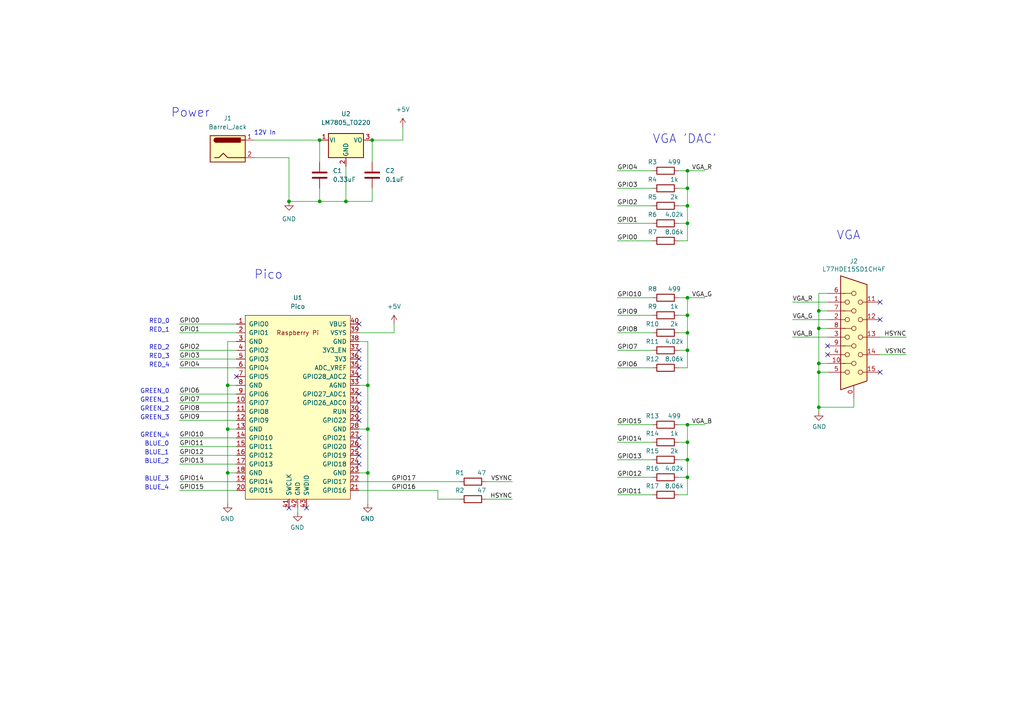
<source format=kicad_sch>
(kicad_sch (version 20211123) (generator eeschema)
  (paper "A4")
  (title_block (title "Simplified Pico VGA") (date "2022-12-07") (comment 3 "License: MIT") (comment 4 "Author: Ben Pohlman"))
  (lib_symbols
    (symbol "Connector:Barrel_Jack" (pin_names (offset 1.016))
      (property "Reference" "J" (at 0 5.334 0))
      (property "Value" "Barrel_Jack" (at 0 -5.08 0))
      (symbol "Barrel_Jack_0_1"
        (rectangle (start -5.08 3.81) (end 5.08 -3.81) (stroke (width 0.254)) (fill (type background)))
        (arc (start -3.302 3.175) (mid -3.937 2.54) (end -3.302 1.905) (stroke (width 0.254)))
        (arc (start -3.302 3.175) (mid -3.937 2.54) (end -3.302 1.905) (stroke (width 0.254)) (fill (type outline)))
        (polyline (pts (xy 5.08 2.54) (xy 3.81 2.54)) (stroke (width 0.254)))
        (polyline (pts (xy -3.81 -2.54) (xy -2.54 -2.54) (xy -1.27 -1.27) (xy 0 -2.54) (xy 2.54 -2.54) (xy 5.08 -2.54)) (stroke (width 0.254)))
        (rectangle (start 3.683 3.175) (end -3.302 1.905) (stroke (width 0.254)) (fill (type outline)))
      )
      (symbol "Barrel_Jack_1_1"
        (pin passive line (at 7.62 2.54 180) (length 2.54) (name "~") (number "1"))
        (pin passive line (at 7.62 -2.54 180) (length 2.54) (name "~") (number "2"))
      )
    )
    (symbol "Connector:DB15_Female_HighDensity_MountingHoles" (pin_names (offset 1.016) hide)
      (property "Reference" "J" (at 0 21.59 0))
      (property "Value" "DB15_Female_HighDensity_MountingHoles" (at 0 19.05 0))
      (symbol "DB15_Female_HighDensity_MountingHoles_0_1"
        (circle (center -1.905 -10.16) (radius 0.635))
        (circle (center -1.905 -5.08) (radius 0.635))
        (circle (center -1.905 0) (radius 0.635))
        (circle (center -1.905 5.08) (radius 0.635))
        (circle (center -1.905 10.16) (radius 0.635))
        (circle (center 0 -7.62) (radius 0.635))
        (circle (center 0 -2.54) (radius 0.635))
        (polyline (pts (xy -3.175 7.62) (xy -0.635 7.62)))
        (polyline (pts (xy -0.635 -7.62) (xy -3.175 -7.62)))
        (polyline (pts (xy -0.635 -2.54) (xy -3.175 -2.54)))
        (polyline (pts (xy -0.635 2.54) (xy -3.175 2.54)))
        (polyline (pts (xy -0.635 12.7) (xy -3.175 12.7)))
        (polyline (pts (xy -3.81 17.78) (xy -3.81 -15.24) (xy 3.81 -12.7) (xy 3.81 15.24) (xy -3.81 17.78)) (stroke (width 0.254)) (fill (type background)))
        (circle (center 0 2.54) (radius 0.635))
        (circle (center 0 7.62) (radius 0.635))
        (circle (center 0 12.7) (radius 0.635))
        (circle (center 1.905 -10.16) (radius 0.635))
        (circle (center 1.905 -5.08) (radius 0.635))
        (circle (center 1.905 0) (radius 0.635))
        (circle (center 1.905 5.08) (radius 0.635))
        (circle (center 1.905 10.16) (radius 0.635))
      )
      (symbol "DB15_Female_HighDensity_MountingHoles_1_1"
        (pin passive line (at 0 -17.78 90) (length 3.81) (name "~") (number "0"))
        (pin passive line (at -7.62 10.16 0) (length 5.08) (name "~") (number "1"))
        (pin passive line (at -7.62 -7.62 0) (length 5.08) (name "~") (number "10"))
        (pin passive line (at 7.62 10.16 180) (length 5.08) (name "~") (number "11"))
        (pin passive line (at 7.62 5.08 180) (length 5.08) (name "~") (number "12"))
        (pin passive line (at 7.62 0 180) (length 5.08) (name "~") (number "13"))
        (pin passive line (at 7.62 -5.08 180) (length 5.08) (name "~") (number "14"))
        (pin passive line (at 7.62 -10.16 180) (length 5.08) (name "~") (number "15"))
        (pin passive line (at -7.62 5.08 0) (length 5.08) (name "~") (number "2"))
        (pin passive line (at -7.62 0 0) (length 5.08) (name "~") (number "3"))
        (pin passive line (at -7.62 -5.08 0) (length 5.08) (name "~") (number "4"))
        (pin passive line (at -7.62 -10.16 0) (length 5.08) (name "~") (number "5"))
        (pin passive line (at -7.62 12.7 0) (length 5.08) (name "~") (number "6"))
        (pin passive line (at -7.62 7.62 0) (length 5.08) (name "~") (number "7"))
        (pin passive line (at -7.62 2.54 0) (length 5.08) (name "~") (number "8"))
        (pin passive line (at -7.62 -2.54 0) (length 5.08) (name "~") (number "9"))
      )
    )
    (symbol "Device:C" (pin_numbers hide) (pin_names (offset 0.254))
      (property "Reference" "C" (at 0.635 2.54 0))
      (property "Value" "C" (at 0.635 -2.54 0))
      (symbol "C_0_1"
        (polyline (pts (xy -2.032 -0.762) (xy 2.032 -0.762)) (stroke (width 0.508)))
        (polyline (pts (xy -2.032 0.762) (xy 2.032 0.762)) (stroke (width 0.508)))
      )
      (symbol "C_1_1"
        (pin passive line (at 0 3.81 270) (length 2.794) (name "~") (number "1"))
        (pin passive line (at 0 -3.81 90) (length 2.794) (name "~") (number "2"))
      )
    )
    (symbol "Device:R" (pin_numbers hide) (pin_names (offset 0))
      (property "Reference" "R" (at 2.032 0 90))
      (property "Value" "R" (at 0 0 90))
      (symbol "R_0_1"
        (rectangle (start -1.016 -2.54) (end 1.016 2.54) (stroke (width 0.254)))
      )
      (symbol "R_1_1"
        (pin passive line (at 0 3.81 270) (length 1.27) (name "~") (number "1"))
        (pin passive line (at 0 -3.81 90) (length 1.27) (name "~") (number "2"))
      )
    )
    (symbol "Regulator_Linear:LM7805_TO220" (pin_names (offset 0.254))
      (property "Reference" "U" (at -3.81 3.175 0))
      (property "Value" "LM7805_TO220" (at 0 3.175 0))
      (symbol "LM7805_TO220_0_1"
        (rectangle (start -5.08 1.905) (end 5.08 -5.08) (stroke (width 0.254)) (fill (type background)))
      )
      (symbol "LM7805_TO220_1_1"
        (pin power_in line (at -7.62 0 0) (length 2.54) (name "VI") (number "1"))
        (pin power_in line (at 0 -7.62 90) (length 2.54) (name "GND") (number "2"))
        (pin power_out line (at 7.62 0 180) (length 2.54) (name "VO") (number "3"))
      )
    )
    (symbol "power:+5V" (power) (pin_names (offset 0))
      (property "Value" "+5V" (at 0 3.556 0))
      (symbol "+5V_0_1"
        (polyline (pts (xy -0.762 1.27) (xy 0 2.54)))
        (polyline (pts (xy 0 0) (xy 0 2.54)))
        (polyline (pts (xy 0 2.54) (xy 0.762 1.27)))
      )
      (symbol "+5V_1_1"
        (pin power_in line (at 0 0 90) (length 0) hide (name "+5V") (number "1"))
      )
    )
    (symbol "power:GND" (power) (pin_names (offset 0))
      (property "Value" "GND" (at 0 -3.81 0))
      (symbol "GND_0_1"
        (polyline (pts (xy 0 0) (xy 0 -1.27) (xy 1.27 -1.27) (xy 0 -2.54) (xy -1.27 -1.27) (xy 0 -1.27)))
      )
      (symbol "GND_1_1"
        (pin power_in line (at 0 0 270) (length 0) hide (name "GND") (number "1"))
      )
    )
    (symbol "rpi:Pico" (pin_names (offset 1.016))
      (property "Reference" "U" (at -13.97 27.94 0))
      (property "Value" "Pico" (at 0 19.05 0))
      (symbol "Pico_0_0"
        (text "Raspberry Pi" (at 0 21.59 0) (effects (font (size 1.27 1.27))))
      )
      (symbol "Pico_0_1"
        (rectangle (start -15.24 26.67) (end 15.24 -26.67) (fill (type background)))
      )
      (symbol "Pico_1_1"
        (pin bidirectional line (at -17.78 24.13 0) (length 2.54) (name "GPIO0") (number "1"))
        (pin bidirectional line (at -17.78 1.27 0) (length 2.54) (name "GPIO7") (number "10"))
        (pin bidirectional line (at -17.78 -1.27 0) (length 2.54) (name "GPIO8") (number "11"))
        (pin bidirectional line (at -17.78 -3.81 0) (length 2.54) (name "GPIO9") (number "12"))
        (pin power_in line (at -17.78 -6.35 0) (length 2.54) (name "GND") (number "13"))
        (pin bidirectional line (at -17.78 -8.89 0) (length 2.54) (name "GPIO10") (number "14"))
        (pin bidirectional line (at -17.78 -11.43 0) (length 2.54) (name "GPIO11") (number "15"))
        (pin bidirectional line (at -17.78 -13.97 0) (length 2.54) (name "GPIO12") (number "16"))
        (pin bidirectional line (at -17.78 -16.51 0) (length 2.54) (name "GPIO13") (number "17"))
        (pin power_in line (at -17.78 -19.05 0) (length 2.54) (name "GND") (number "18"))
        (pin bidirectional line (at -17.78 -21.59 0) (length 2.54) (name "GPIO14") (number "19"))
        (pin bidirectional line (at -17.78 21.59 0) (length 2.54) (name "GPIO1") (number "2"))
        (pin bidirectional line (at -17.78 -24.13 0) (length 2.54) (name "GPIO15") (number "20"))
        (pin bidirectional line (at 17.78 -24.13 180) (length 2.54) (name "GPIO16") (number "21"))
        (pin bidirectional line (at 17.78 -21.59 180) (length 2.54) (name "GPIO17") (number "22"))
        (pin power_in line (at 17.78 -19.05 180) (length 2.54) (name "GND") (number "23"))
        (pin bidirectional line (at 17.78 -16.51 180) (length 2.54) (name "GPIO18") (number "24"))
        (pin bidirectional line (at 17.78 -13.97 180) (length 2.54) (name "GPIO19") (number "25"))
        (pin bidirectional line (at 17.78 -11.43 180) (length 2.54) (name "GPIO20") (number "26"))
        (pin bidirectional line (at 17.78 -8.89 180) (length 2.54) (name "GPIO21") (number "27"))
        (pin power_in line (at 17.78 -6.35 180) (length 2.54) (name "GND") (number "28"))
        (pin bidirectional line (at 17.78 -3.81 180) (length 2.54) (name "GPIO22") (number "29"))
        (pin power_in line (at -17.78 19.05 0) (length 2.54) (name "GND") (number "3"))
        (pin input line (at 17.78 -1.27 180) (length 2.54) (name "RUN") (number "30"))
        (pin bidirectional line (at 17.78 1.27 180) (length 2.54) (name "GPIO26_ADC0") (number "31"))
        (pin bidirectional line (at 17.78 3.81 180) (length 2.54) (name "GPIO27_ADC1") (number "32"))
        (pin power_in line (at 17.78 6.35 180) (length 2.54) (name "AGND") (number "33"))
        (pin bidirectional line (at 17.78 8.89 180) (length 2.54) (name "GPIO28_ADC2") (number "34"))
        (pin unspecified line (at 17.78 11.43 180) (length 2.54) (name "ADC_VREF") (number "35"))
        (pin unspecified line (at 17.78 13.97 180) (length 2.54) (name "3V3") (number "36"))
        (pin input line (at 17.78 16.51 180) (length 2.54) (name "3V3_EN") (number "37"))
        (pin bidirectional line (at 17.78 19.05 180) (length 2.54) (name "GND") (number "38"))
        (pin unspecified line (at 17.78 21.59 180) (length 2.54) (name "VSYS") (number "39"))
        (pin bidirectional line (at -17.78 16.51 0) (length 2.54) (name "GPIO2") (number "4"))
        (pin unspecified line (at 17.78 24.13 180) (length 2.54) (name "VBUS") (number "40"))
        (pin input line (at -2.54 -29.21 90) (length 2.54) (name "SWCLK") (number "41"))
        (pin power_in line (at 0 -29.21 90) (length 2.54) (name "GND") (number "42"))
        (pin bidirectional line (at 2.54 -29.21 90) (length 2.54) (name "SWDIO") (number "43"))
        (pin bidirectional line (at -17.78 13.97 0) (length 2.54) (name "GPIO3") (number "5"))
        (pin bidirectional line (at -17.78 11.43 0) (length 2.54) (name "GPIO4") (number "6"))
        (pin bidirectional line (at -17.78 8.89 0) (length 2.54) (name "GPIO5") (number "7"))
        (pin power_in line (at -17.78 6.35 0) (length 2.54) (name "GND") (number "8"))
        (pin bidirectional line (at -17.78 3.81 0) (length 2.54) (name "GPIO6") (number "9"))
      )
    )
  )
  (junction (at 237.49 118.11))
  (junction (at 92.71 58.42))
  (junction (at 237.49 90.17))
  (junction (at 66.04 111.76))
  (junction (at 66.04 137.16))
  (junction (at 199.39 59.69))
  (junction (at 106.68 111.76))
  (junction (at 237.49 107.95))
  (junction (at 199.39 128.27))
  (junction (at 92.71 40.64))
  (junction (at 100.33 58.42))
  (junction (at 199.39 54.61))
  (junction (at 66.04 124.46))
  (junction (at 199.39 64.77))
  (junction (at 83.82 58.42))
  (junction (at 199.39 133.35))
  (junction (at 106.68 124.46))
  (junction (at 199.39 49.53))
  (junction (at 199.39 101.6))
  (junction (at 237.49 95.25))
  (junction (at 199.39 138.43))
  (junction (at 199.39 91.44))
  (junction (at 106.68 137.16))
  (junction (at 199.39 123.19))
  (junction (at 237.49 105.41))
  (junction (at 199.39 96.52))
  (junction (at 107.95 40.64))
  (junction (at 199.39 86.36))
  (no_connect (at 104.14 101.6))
  (no_connect (at 255.27 107.95))
  (no_connect (at 255.27 87.63))
  (no_connect (at 240.03 102.87))
  (no_connect (at 88.9 147.32))
  (no_connect (at 68.58 109.22))
  (no_connect (at 255.27 92.71))
  (no_connect (at 104.14 93.98))
  (no_connect (at 104.14 104.14))
  (no_connect (at 104.14 109.22))
  (no_connect (at 104.14 134.62))
  (no_connect (at 104.14 129.54))
  (no_connect (at 104.14 132.08))
  (no_connect (at 104.14 114.3))
  (no_connect (at 104.14 116.84))
  (no_connect (at 104.14 119.38))
  (no_connect (at 104.14 121.92))
  (no_connect (at 104.14 127))
  (no_connect (at 240.03 100.33))
  (no_connect (at 104.14 106.68))
  (no_connect (at 83.82 147.32))
  (wire (pts (xy 196.85 69.85) (xy 199.39 69.85)))
  (wire (pts (xy 86.36 147.32) (xy 86.36 148.59)))
  (wire (pts (xy 179.07 143.51) (xy 189.23 143.51)))
  (wire (pts (xy 196.85 143.51) (xy 199.39 143.51)))
  (wire (pts (xy 196.85 96.52) (xy 199.39 96.52)))
  (wire (pts (xy 68.58 124.46) (xy 66.04 124.46)))
  (wire (pts (xy 240.03 90.17) (xy 237.49 90.17)))
  (wire (pts (xy 114.3 93.98) (xy 114.3 96.52)))
  (wire (pts (xy 196.85 54.61) (xy 199.39 54.61)))
  (wire (pts (xy 100.33 58.42) (xy 92.71 58.42)))
  (wire (pts (xy 199.39 91.44) (xy 199.39 86.36)))
  (wire (pts (xy 104.14 139.7) (xy 133.35 139.7)))
  (wire (pts (xy 100.33 48.26) (xy 100.33 58.42)))
  (wire (pts (xy 107.95 54.61) (xy 107.95 58.42)))
  (wire (pts (xy 52.07 106.68) (xy 68.58 106.68)))
  (wire (pts (xy 196.85 101.6) (xy 199.39 101.6)))
  (wire (pts (xy 68.58 111.76) (xy 66.04 111.76)))
  (wire (pts (xy 52.07 129.54) (xy 68.58 129.54)))
  (wire (pts (xy 240.03 95.25) (xy 237.49 95.25)))
  (wire (pts (xy 66.04 137.16) (xy 66.04 146.05)))
  (wire (pts (xy 116.84 36.83) (xy 116.84 40.64)))
  (wire (pts (xy 189.23 101.6) (xy 179.07 101.6)))
  (wire (pts (xy 104.14 124.46) (xy 106.68 124.46)))
  (wire (pts (xy 240.03 107.95) (xy 237.49 107.95)))
  (wire (pts (xy 92.71 58.42) (xy 83.82 58.42)))
  (wire (pts (xy 52.07 134.62) (xy 68.58 134.62)))
  (wire (pts (xy 189.23 133.35) (xy 179.07 133.35)))
  (wire (pts (xy 240.03 97.79) (xy 229.87 97.79)))
  (wire (pts (xy 240.03 87.63) (xy 229.87 87.63)))
  (wire (pts (xy 92.71 40.64) (xy 92.71 46.99)))
  (wire (pts (xy 237.49 95.25) (xy 237.49 105.41)))
  (wire (pts (xy 240.03 105.41) (xy 237.49 105.41)))
  (wire (pts (xy 52.07 119.38) (xy 68.58 119.38)))
  (wire (pts (xy 196.85 86.36) (xy 199.39 86.36)))
  (wire (pts (xy 189.23 54.61) (xy 179.07 54.61)))
  (wire (pts (xy 52.07 116.84) (xy 68.58 116.84)))
  (wire (pts (xy 66.04 99.06) (xy 66.04 111.76)))
  (wire (pts (xy 104.14 142.24) (xy 127 142.24)))
  (wire (pts (xy 199.39 128.27) (xy 199.39 123.19)))
  (wire (pts (xy 107.95 58.42) (xy 100.33 58.42)))
  (wire (pts (xy 68.58 137.16) (xy 66.04 137.16)))
  (wire (pts (xy 189.23 123.19) (xy 179.07 123.19)))
  (wire (pts (xy 237.49 107.95) (xy 237.49 118.11)))
  (wire (pts (xy 52.07 127) (xy 68.58 127)))
  (wire (pts (xy 240.03 92.71) (xy 229.87 92.71)))
  (wire (pts (xy 199.39 101.6) (xy 199.39 106.68)))
  (wire (pts (xy 179.07 106.68) (xy 189.23 106.68)))
  (wire (pts (xy 104.14 111.76) (xy 106.68 111.76)))
  (wire (pts (xy 189.23 128.27) (xy 179.07 128.27)))
  (wire (pts (xy 104.14 137.16) (xy 106.68 137.16)))
  (wire (pts (xy 140.97 139.7) (xy 148.59 139.7)))
  (wire (pts (xy 116.84 40.64) (xy 107.95 40.64)))
  (wire (pts (xy 196.85 106.68) (xy 199.39 106.68)))
  (wire (pts (xy 189.23 59.69) (xy 179.07 59.69)))
  (wire (pts (xy 127 144.78) (xy 133.35 144.78)))
  (wire (pts (xy 52.07 121.92) (xy 68.58 121.92)))
  (wire (pts (xy 196.85 64.77) (xy 199.39 64.77)))
  (wire (pts (xy 104.14 96.52) (xy 114.3 96.52)))
  (wire (pts (xy 106.68 124.46) (xy 106.68 137.16)))
  (wire (pts (xy 52.07 93.98) (xy 68.58 93.98)))
  (wire (pts (xy 127 142.24) (xy 127 144.78)))
  (wire (pts (xy 237.49 105.41) (xy 237.49 107.95)))
  (wire (pts (xy 247.65 118.11) (xy 247.65 115.57)))
  (wire (pts (xy 237.49 85.09) (xy 237.49 90.17)))
  (wire (pts (xy 73.66 45.72) (xy 83.82 45.72)))
  (wire (pts (xy 240.03 85.09) (xy 237.49 85.09)))
  (wire (pts (xy 196.85 128.27) (xy 199.39 128.27)))
  (wire (pts (xy 196.85 49.53) (xy 199.39 49.53)))
  (wire (pts (xy 199.39 69.85) (xy 199.39 64.77)))
  (wire (pts (xy 196.85 91.44) (xy 199.39 91.44)))
  (wire (pts (xy 196.85 138.43) (xy 199.39 138.43)))
  (wire (pts (xy 66.04 111.76) (xy 66.04 124.46)))
  (wire (pts (xy 237.49 118.11) (xy 247.65 118.11)))
  (wire (pts (xy 106.68 99.06) (xy 106.68 111.76)))
  (wire (pts (xy 52.07 96.52) (xy 68.58 96.52)))
  (wire (pts (xy 189.23 96.52) (xy 179.07 96.52)))
  (wire (pts (xy 196.85 123.19) (xy 199.39 123.19)))
  (wire (pts (xy 140.97 144.78) (xy 148.59 144.78)))
  (wire (pts (xy 199.39 143.51) (xy 199.39 138.43)))
  (wire (pts (xy 189.23 49.53) (xy 179.07 49.53)))
  (wire (pts (xy 255.27 102.87) (xy 262.89 102.87)))
  (wire (pts (xy 237.49 90.17) (xy 237.49 95.25)))
  (wire (pts (xy 199.39 123.19) (xy 204.47 123.19)))
  (wire (pts (xy 189.23 91.44) (xy 179.07 91.44)))
  (wire (pts (xy 52.07 114.3) (xy 68.58 114.3)))
  (wire (pts (xy 199.39 49.53) (xy 204.47 49.53)))
  (wire (pts (xy 199.39 64.77) (xy 199.39 59.69)))
  (wire (pts (xy 199.39 54.61) (xy 199.39 49.53)))
  (wire (pts (xy 199.39 59.69) (xy 199.39 54.61)))
  (wire (pts (xy 189.23 86.36) (xy 179.07 86.36)))
  (wire (pts (xy 199.39 96.52) (xy 199.39 91.44)))
  (wire (pts (xy 199.39 133.35) (xy 199.39 128.27)))
  (wire (pts (xy 104.14 99.06) (xy 106.68 99.06)))
  (wire (pts (xy 52.07 101.6) (xy 68.58 101.6)))
  (wire (pts (xy 107.95 40.64) (xy 107.95 46.99)))
  (wire (pts (xy 52.07 142.24) (xy 68.58 142.24)))
  (wire (pts (xy 199.39 96.52) (xy 199.39 101.6)))
  (wire (pts (xy 106.68 137.16) (xy 106.68 146.05)))
  (wire (pts (xy 199.39 86.36) (xy 204.47 86.36)))
  (wire (pts (xy 179.07 69.85) (xy 189.23 69.85)))
  (wire (pts (xy 52.07 132.08) (xy 68.58 132.08)))
  (wire (pts (xy 189.23 64.77) (xy 179.07 64.77)))
  (wire (pts (xy 255.27 97.79) (xy 262.89 97.79)))
  (wire (pts (xy 52.07 104.14) (xy 68.58 104.14)))
  (wire (pts (xy 106.68 111.76) (xy 106.68 124.46)))
  (wire (pts (xy 196.85 133.35) (xy 199.39 133.35)))
  (wire (pts (xy 68.58 99.06) (xy 66.04 99.06)))
  (wire (pts (xy 83.82 45.72) (xy 83.82 58.42)))
  (wire (pts (xy 92.71 54.61) (xy 92.71 58.42)))
  (wire (pts (xy 73.66 40.64) (xy 92.71 40.64)))
  (wire (pts (xy 196.85 59.69) (xy 199.39 59.69)))
  (wire (pts (xy 66.04 124.46) (xy 66.04 137.16)))
  (wire (pts (xy 52.07 139.7) (xy 68.58 139.7)))
  (wire (pts (xy 199.39 138.43) (xy 199.39 133.35)))
  (wire (pts (xy 189.23 138.43) (xy 179.07 138.43)))
  (wire (pts (xy 237.49 118.11) (xy 237.49 119.38)))
  (text "RED_3" (at 43.18 104.14 0) (effects (font (size 1.27 1.27)) (justify left bottom)))
  (text "RED_0" (at 43.18 93.98 0) (effects (font (size 1.27 1.27)) (justify left bottom)))
  (text "Pico" (at 73.66 81.28 0) (effects (font (size 2.54 2.54)) (justify left bottom)))
  (text "GREEN_0" (at 40.64 114.3 0) (effects (font (size 1.27 1.27)) (justify left bottom)))
  (text "BLUE_0" (at 41.91 129.54 0) (effects (font (size 1.27 1.27)) (justify left bottom)))
  (text "RED_4" (at 43.18 106.68 0) (effects (font (size 1.27 1.27)) (justify left bottom)))
  (text "GREEN_3" (at 40.64 121.92 0) (effects (font (size 1.27 1.27)) (justify left bottom)))
  (text "Power" (at 49.53 34.29 0) (effects (font (size 2.54 2.54)) (justify left bottom)))
  (text "GREEN_4" (at 40.64 127 0) (effects (font (size 1.27 1.27)) (justify left bottom)))
  (text "BLUE_1" (at 41.91 132.08 0) (effects (font (size 1.27 1.27)) (justify left bottom)))
  (text "BLUE_4" (at 41.91 142.24 0) (effects (font (size 1.27 1.27)) (justify left bottom)))
  (text "GREEN_2" (at 40.64 119.38 0) (effects (font (size 1.27 1.27)) (justify left bottom)))
  (text "12V In" (at 73.66 39.37 0) (effects (font (size 1.27 1.27)) (justify left bottom)))
  (text "VGA 'DAC'" (at 189.23 41.91 0) (effects (font (size 2.54 2.54)) (justify left bottom)))
  (text "RED_1" (at 43.18 96.52 0) (effects (font (size 1.27 1.27)) (justify left bottom)))
  (text "GREEN_1" (at 40.64 116.84 0) (effects (font (size 1.27 1.27)) (justify left bottom)))
  (text "VGA" (at 242.57 69.85 0) (effects (font (size 2.54 2.54)) (justify left bottom)))
  (text "BLUE_2" (at 41.91 134.62 0) (effects (font (size 1.27 1.27)) (justify left bottom)))
  (text "RED_2" (at 43.18 101.6 0) (effects (font (size 1.27 1.27)) (justify left bottom)))
  (text "BLUE_3" (at 41.91 139.7 0) (effects (font (size 1.27 1.27)) (justify left bottom)))
  (label "HSYNC" (at 262.89 97.79 180))
  (label "GPIO14" (at 52.07 139.7 0))
  (label "GPIO13" (at 179.07 133.35 0))
  (label "GPIO16" (at 120.65 142.24 180))
  (label "GPIO12" (at 52.07 132.08 0))
  (label "GPIO14" (at 179.07 128.27 0))
  (label "GPIO9" (at 52.07 121.92 0))
  (label "GPIO8" (at 52.07 119.38 0))
  (label "GPIO7" (at 52.07 116.84 0))
  (label "VGA_R" (at 229.87 87.63 0))
  (label "GPIO4" (at 52.07 106.68 0))
  (label "VGA_B" (at 200.66 123.19 0))
  (label "VSYNC" (at 148.59 139.7 180))
  (label "GPIO11" (at 52.07 129.54 0))
  (label "GPIO13" (at 52.07 134.62 0))
  (label "GPIO9" (at 179.07 91.44 0))
  (label "GPIO0" (at 52.07 93.98 0))
  (label "GPIO11" (at 179.07 143.51 0))
  (label "VGA_G" (at 200.66 86.36 0))
  (label "HSYNC" (at 148.59 144.78 180))
  (label "GPIO6" (at 179.07 106.68 0))
  (label "VGA_G" (at 229.87 92.71 0))
  (label "GPIO2" (at 52.07 101.6 0))
  (label "GPIO12" (at 179.07 138.43 0))
  (label "VSYNC" (at 262.89 102.87 180))
  (label "GPIO2" (at 179.07 59.69 0))
  (label "GPIO3" (at 179.07 54.61 0))
  (label "GPIO17" (at 120.65 139.7 180))
  (label "GPIO15" (at 52.07 142.24 0))
  (label "VGA_B" (at 229.87 97.79 0))
  (label "GPIO3" (at 52.07 104.14 0))
  (label "GPIO7" (at 179.07 101.6 0))
  (label "GPIO8" (at 179.07 96.52 0))
  (label "GPIO0" (at 179.07 69.85 0))
  (label "VGA_R" (at 200.66 49.53 0))
  (label "GPIO15" (at 179.07 123.19 0))
  (label "GPIO10" (at 179.07 86.36 0))
  (label "GPIO10" (at 52.07 127 0))
  (label "GPIO6" (at 52.07 114.3 0))
  (label "GPIO4" (at 179.07 49.53 0))
  (label "GPIO1" (at 52.07 96.52 0))
  (label "GPIO1" (at 179.07 64.77 0))
  (symbol (lib_id "Connector:DB15_Female_HighDensity_MountingHoles") (at 247.65 97.79 0) (unit 1)
    (property "Reference" "J2" (at 247.65 75.7682 0))
    (property "Value" "L77HDE15SD1CH4F" (at 247.65 78.0796 0))
    (property "Footprint" "RPi_Pico:DSUB-15-L77HDE15SD1CH4F" (effects hide))
    (property "Datasheet" " ~" (effects hide))
  )
  (symbol (lib_id "Device:R") (at 193.04 49.53 270) (unit 1)
    (property "Reference" "R3" (at 189.23 46.99 90))
    (property "Value" "499" (at 195.58 46.99 90))
    (property "Footprint" "Resistor_THT:R_Axial_DIN0207_L6.3mm_D2.5mm_P7.62mm_Horizontal" (effects hide))
  )
  (symbol (lib_id "Device:R") (at 193.04 54.61 270) (unit 1)
    (property "Reference" "R4" (at 189.23 52.07 90))
    (property "Value" "1k" (at 195.58 52.07 90))
    (property "Footprint" "Resistor_THT:R_Axial_DIN0207_L6.3mm_D2.5mm_P7.62mm_Horizontal" (effects hide))
  )
  (symbol (lib_id "Device:R") (at 193.04 59.69 270) (unit 1)
    (property "Reference" "R5" (at 189.23 57.15 90))
    (property "Value" "2k" (at 195.58 57.15 90))
    (property "Footprint" "Resistor_THT:R_Axial_DIN0207_L6.3mm_D2.5mm_P7.62mm_Horizontal" (effects hide))
  )
  (symbol (lib_id "Device:R") (at 193.04 64.77 270) (unit 1)
    (property "Reference" "R6" (at 189.23 62.23 90))
    (property "Value" "4.02k" (at 195.58 62.23 90))
    (property "Footprint" "Resistor_THT:R_Axial_DIN0207_L6.3mm_D2.5mm_P7.62mm_Horizontal" (effects hide))
  )
  (symbol (lib_id "Device:R") (at 193.04 69.85 270) (unit 1)
    (property "Reference" "R7" (at 189.23 67.31 90))
    (property "Value" "8.06k" (at 195.58 67.31 90))
    (property "Footprint" "Resistor_THT:R_Axial_DIN0207_L6.3mm_D2.5mm_P7.62mm_Horizontal" (effects hide))
  )
  (symbol (lib_id "Device:R") (at 193.04 86.36 270) (unit 1)
    (property "Reference" "R8" (at 189.23 83.82 90))
    (property "Value" "499" (at 195.58 83.82 90))
    (property "Footprint" "Resistor_THT:R_Axial_DIN0207_L6.3mm_D2.5mm_P7.62mm_Horizontal" (effects hide))
  )
  (symbol (lib_id "Device:R") (at 193.04 91.44 270) (unit 1)
    (property "Reference" "R9" (at 189.23 88.9 90))
    (property "Value" "1k" (at 195.58 88.9 90))
    (property "Footprint" "Resistor_THT:R_Axial_DIN0207_L6.3mm_D2.5mm_P7.62mm_Horizontal" (effects hide))
  )
  (symbol (lib_id "Device:R") (at 193.04 96.52 270) (unit 1)
    (property "Reference" "R10" (at 189.23 93.98 90))
    (property "Value" "2k" (at 195.58 93.98 90))
    (property "Footprint" "Resistor_THT:R_Axial_DIN0207_L6.3mm_D2.5mm_P7.62mm_Horizontal" (effects hide))
  )
  (symbol (lib_id "Device:R") (at 193.04 106.68 270) (unit 1)
    (property "Reference" "R12" (at 189.23 104.14 90))
    (property "Value" "8.06k" (at 195.58 104.14 90))
    (property "Footprint" "Resistor_THT:R_Axial_DIN0207_L6.3mm_D2.5mm_P7.62mm_Horizontal" (effects hide))
  )
  (symbol (lib_id "Device:R") (at 193.04 123.19 270) (unit 1)
    (property "Reference" "R13" (at 189.23 120.65 90))
    (property "Value" "499" (at 195.58 120.65 90))
    (property "Footprint" "Resistor_THT:R_Axial_DIN0207_L6.3mm_D2.5mm_P7.62mm_Horizontal" (effects hide))
  )
  (symbol (lib_id "Device:R") (at 193.04 128.27 270) (unit 1)
    (property "Reference" "R14" (at 189.23 125.73 90))
    (property "Value" "1k" (at 195.58 125.73 90))
    (property "Footprint" "Resistor_THT:R_Axial_DIN0207_L6.3mm_D2.5mm_P7.62mm_Horizontal" (effects hide))
  )
  (symbol (lib_id "Device:R") (at 193.04 133.35 270) (unit 1)
    (property "Reference" "R15" (at 189.23 130.81 90))
    (property "Value" "2k" (at 195.58 130.81 90))
    (property "Footprint" "Resistor_THT:R_Axial_DIN0207_L6.3mm_D2.5mm_P7.62mm_Horizontal" (effects hide))
  )
  (symbol (lib_id "Device:R") (at 193.04 138.43 270) (unit 1)
    (property "Reference" "R16" (at 189.23 135.89 90))
    (property "Value" "4.02k" (at 195.58 135.89 90))
    (property "Footprint" "Resistor_THT:R_Axial_DIN0207_L6.3mm_D2.5mm_P7.62mm_Horizontal" (effects hide))
  )
  (symbol (lib_id "Device:R") (at 193.04 143.51 270) (unit 1)
    (property "Reference" "R17" (at 189.23 140.97 90))
    (property "Value" "8.06k" (at 195.58 140.97 90))
    (property "Footprint" "Resistor_THT:R_Axial_DIN0207_L6.3mm_D2.5mm_P7.62mm_Horizontal" (effects hide))
  )
  (symbol (lib_id "power:GND") (at 237.49 119.38 0) (unit 1)
    (property "Reference" "#PWR07" (effects hide))
    (property "Value" "GND" (at 237.617 123.7742 0))
  )
  (symbol (lib_id "Device:R") (at 193.04 101.6 270) (unit 1)
    (property "Reference" "R11" (at 189.23 99.06 90))
    (property "Value" "4.02k" (at 195.58 99.06 90))
    (property "Footprint" "Resistor_THT:R_Axial_DIN0207_L6.3mm_D2.5mm_P7.62mm_Horizontal" (effects hide))
  )
  (symbol (lib_id "Device:R") (at 137.16 139.7 270) (unit 1)
    (property "Reference" "R1" (at 133.35 137.16 90))
    (property "Value" "47" (at 139.7 137.16 90))
    (property "Footprint" "Resistor_THT:R_Axial_DIN0207_L6.3mm_D2.5mm_P7.62mm_Horizontal" (effects hide))
  )
  (symbol (lib_id "Device:R") (at 137.16 144.78 270) (unit 1)
    (property "Reference" "R2" (at 133.35 142.24 90))
    (property "Value" "47" (at 139.7 142.24 90))
    (property "Footprint" "Resistor_THT:R_Axial_DIN0207_L6.3mm_D2.5mm_P7.62mm_Horizontal" (effects hide))
  )
  (symbol (lib_id "power:GND") (at 86.36 148.59 0) (mirror y) (unit 1)
    (property "Reference" "#PWR03" (effects hide))
    (property "Value" "GND" (at 86.233 152.9842 0))
  )
  (symbol (lib_id "power:GND") (at 106.68 146.05 0) (mirror y) (unit 1)
    (property "Reference" "#PWR04" (effects hide))
    (property "Value" "GND" (at 106.553 150.4442 0))
  )
  (symbol (lib_id "power:GND") (at 66.04 146.05 0) (mirror y) (unit 1)
    (property "Reference" "#PWR01" (effects hide))
    (property "Value" "GND" (at 65.913 150.4442 0))
  )
  (symbol (lib_id "power:+5V") (at 116.84 36.83 0) (unit 1)
    (property "Reference" "#PWR06" (effects hide))
    (property "Value" "+5V" (at 116.84 31.75 0))
  )
  (symbol (lib_id "Connector:Barrel_Jack") (at 66.04 43.18 0) (unit 1)
    (property "Reference" "J1" (at 66.04 34.29 0))
    (property "Value" "Barrel_Jack" (at 66.04 36.83 0))
    (property "Footprint" "Connector_BarrelJack:BarrelJack_Horizontal" (effects hide))
  )
  (symbol (lib_id "rpi:Pico") (at 86.36 118.11 0) (unit 1)
    (property "Reference" "U1" (at 86.36 86.36 0))
    (property "Value" "Pico" (at 86.36 88.9 0))
    (property "Footprint" "RPi_Pico:RPi_Pico_SMD_TH" (effects hide))
  )
  (symbol (lib_id "power:GND") (at 83.82 58.42 0) (unit 1)
    (property "Reference" "#PWR02" (effects hide))
    (property "Value" "GND" (at 83.82 63.5 0))
  )
  (symbol (lib_id "Device:C") (at 107.95 50.8 0) (unit 1)
    (property "Reference" "C2" (at 111.76 49.5299 0) (effects (justify left)))
    (property "Value" "0.1uF" (at 111.76 52.0699 0) (effects (justify left)))
    (property "Footprint" "Capacitor_THT:CP_Radial_D5.0mm_P2.00mm" (effects hide))
  )
  (symbol (lib_id "power:+5V") (at 114.3 93.98 0) (unit 1)
    (property "Reference" "#PWR05" (effects hide))
    (property "Value" "+5V" (at 114.3 88.9 0))
  )
  (symbol (lib_id "Regulator_Linear:LM7805_TO220") (at 100.33 40.64 0) (unit 1)
    (property "Reference" "U2" (at 100.33 33.02 0))
    (property "Value" "LM7805_TO220" (at 100.33 35.56 0))
    (property "Footprint" "Package_TO_SOT_THT:TO-220-3_Vertical" (effects hide))
    (property "Datasheet" "https://www.onsemi.cn/PowerSolutions/document/MC7800-D.PDF" (effects hide))
  )
  (symbol (lib_id "Device:C") (at 92.71 50.8 0) (unit 1)
    (property "Reference" "C1" (at 96.52 49.5299 0) (effects (justify left)))
    (property "Value" "0.33uF" (at 96.52 52.0699 0) (effects (justify left)))
    (property "Footprint" "Capacitor_THT:CP_Radial_D5.0mm_P2.00mm" (effects hide))
  )
)
</source>
